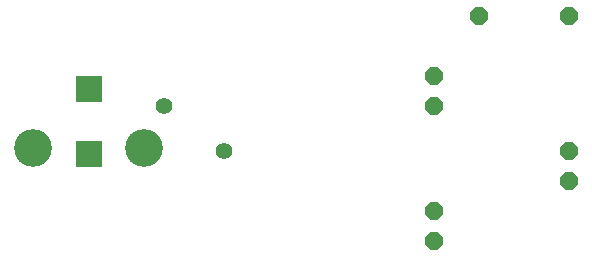
<source format=gbs>
G75*
%MOIN*%
%OFA0B0*%
%FSLAX25Y25*%
%IPPOS*%
%LPD*%
%AMOC8*
5,1,8,0,0,1.08239X$1,22.5*
%
%ADD10OC8,0.06000*%
%ADD11R,0.09068X0.09068*%
%ADD12C,0.12611*%
%ADD13C,0.05524*%
D10*
X0157000Y0042000D03*
X0157000Y0052000D03*
X0202000Y0062000D03*
X0202000Y0072000D03*
X0157000Y0087000D03*
X0157000Y0097000D03*
X0172000Y0117000D03*
X0202000Y0117000D03*
D11*
X0042000Y0071173D03*
X0042000Y0092827D03*
D12*
X0023496Y0072984D03*
X0060504Y0072984D03*
D13*
X0067000Y0087000D03*
X0087000Y0072000D03*
M02*

</source>
